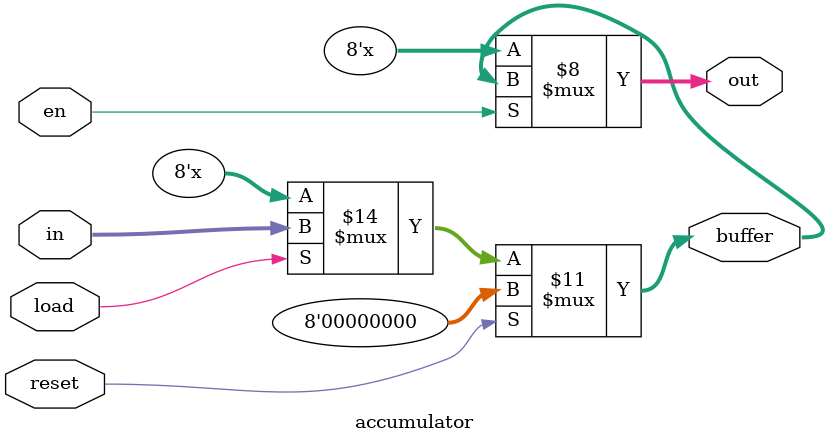
<source format=v>
module accumulator
	(
		en,
		load,
		reset,
		in,
		out,
		buffer
	);
	
	input en;
	input load;
	input reset;
	
	input [7:0] in;
	
	output [7:0] out;
	output [7:0] buffer;
	
	reg [7:0] out;
	reg [7:0] buffer;
	
	initial
		begin
			buffer = 8'b00000000;
		end
		
	always @ (*)
		begin
			if (load == 1'b1)
				begin
					buffer = in;
				end
			
			if (reset == 1'b1)
				begin
					buffer = 8'b00000000;
				end
		end
	
	always @ (en)
		begin
			if (en == 1'b1)
				begin
					out = buffer;
				end
			else
				begin
					out = 8'bzzzzzzzz;
				end
		end

endmodule
</source>
